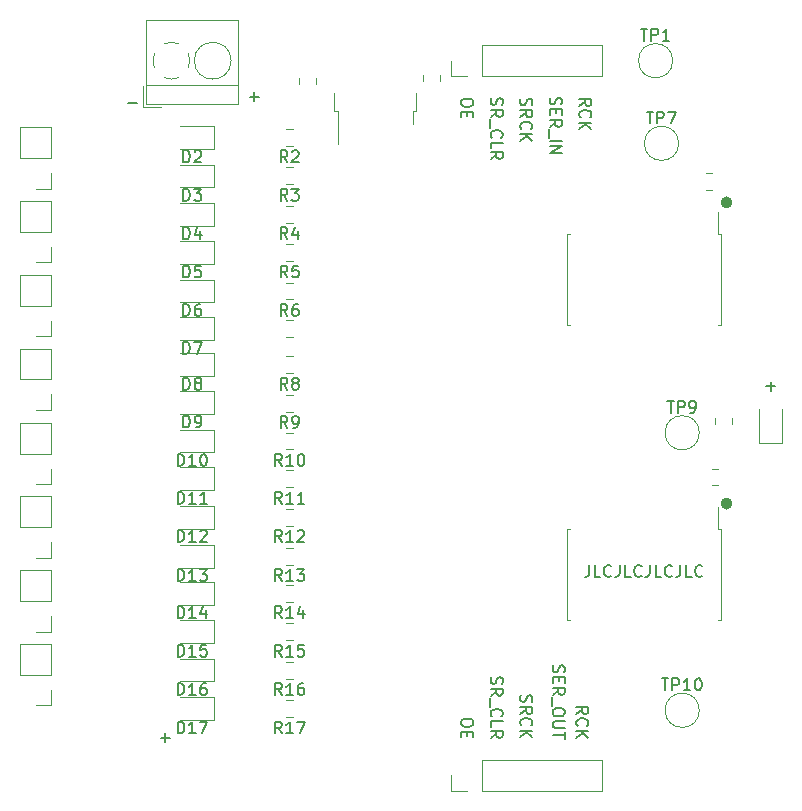
<source format=gbr>
G04 #@! TF.GenerationSoftware,KiCad,Pcbnew,(5.1.4-0-10_14)*
G04 #@! TF.CreationDate,2020-11-17T21:22:23+01:00*
G04 #@! TF.ProjectId,output_driver,6f757470-7574-45f6-9472-697665722e6b,rev?*
G04 #@! TF.SameCoordinates,Original*
G04 #@! TF.FileFunction,Legend,Top*
G04 #@! TF.FilePolarity,Positive*
%FSLAX46Y46*%
G04 Gerber Fmt 4.6, Leading zero omitted, Abs format (unit mm)*
G04 Created by KiCad (PCBNEW (5.1.4-0-10_14)) date 2020-11-17 21:22:23*
%MOMM*%
%LPD*%
G04 APERTURE LIST*
%ADD10C,0.150000*%
%ADD11C,0.500000*%
%ADD12C,0.120000*%
G04 APERTURE END LIST*
D10*
X120369047Y-82571428D02*
X121130952Y-82571428D01*
X120750000Y-82952380D02*
X120750000Y-82190476D01*
X104297619Y-110309523D02*
X104773809Y-109976190D01*
X104297619Y-109738095D02*
X105297619Y-109738095D01*
X105297619Y-110119047D01*
X105250000Y-110214285D01*
X105202380Y-110261904D01*
X105107142Y-110309523D01*
X104964285Y-110309523D01*
X104869047Y-110261904D01*
X104821428Y-110214285D01*
X104773809Y-110119047D01*
X104773809Y-109738095D01*
X104392857Y-111309523D02*
X104345238Y-111261904D01*
X104297619Y-111119047D01*
X104297619Y-111023809D01*
X104345238Y-110880952D01*
X104440476Y-110785714D01*
X104535714Y-110738095D01*
X104726190Y-110690476D01*
X104869047Y-110690476D01*
X105059523Y-110738095D01*
X105154761Y-110785714D01*
X105250000Y-110880952D01*
X105297619Y-111023809D01*
X105297619Y-111119047D01*
X105250000Y-111261904D01*
X105202380Y-111309523D01*
X104297619Y-111738095D02*
X105297619Y-111738095D01*
X104297619Y-112309523D02*
X104869047Y-111880952D01*
X105297619Y-112309523D02*
X104726190Y-111738095D01*
X95547619Y-110952380D02*
X95547619Y-111142857D01*
X95500000Y-111238095D01*
X95404761Y-111333333D01*
X95214285Y-111380952D01*
X94880952Y-111380952D01*
X94690476Y-111333333D01*
X94595238Y-111238095D01*
X94547619Y-111142857D01*
X94547619Y-110952380D01*
X94595238Y-110857142D01*
X94690476Y-110761904D01*
X94880952Y-110714285D01*
X95214285Y-110714285D01*
X95404761Y-110761904D01*
X95500000Y-110857142D01*
X95547619Y-110952380D01*
X95071428Y-111809523D02*
X95071428Y-112142857D01*
X94547619Y-112285714D02*
X94547619Y-111809523D01*
X95547619Y-111809523D01*
X95547619Y-112285714D01*
X102345238Y-106202380D02*
X102297619Y-106345238D01*
X102297619Y-106583333D01*
X102345238Y-106678571D01*
X102392857Y-106726190D01*
X102488095Y-106773809D01*
X102583333Y-106773809D01*
X102678571Y-106726190D01*
X102726190Y-106678571D01*
X102773809Y-106583333D01*
X102821428Y-106392857D01*
X102869047Y-106297619D01*
X102916666Y-106250000D01*
X103011904Y-106202380D01*
X103107142Y-106202380D01*
X103202380Y-106250000D01*
X103250000Y-106297619D01*
X103297619Y-106392857D01*
X103297619Y-106630952D01*
X103250000Y-106773809D01*
X102821428Y-107202380D02*
X102821428Y-107535714D01*
X102297619Y-107678571D02*
X102297619Y-107202380D01*
X103297619Y-107202380D01*
X103297619Y-107678571D01*
X102297619Y-108678571D02*
X102773809Y-108345238D01*
X102297619Y-108107142D02*
X103297619Y-108107142D01*
X103297619Y-108488095D01*
X103250000Y-108583333D01*
X103202380Y-108630952D01*
X103107142Y-108678571D01*
X102964285Y-108678571D01*
X102869047Y-108630952D01*
X102821428Y-108583333D01*
X102773809Y-108488095D01*
X102773809Y-108107142D01*
X102202380Y-108869047D02*
X102202380Y-109630952D01*
X103297619Y-110059523D02*
X103297619Y-110250000D01*
X103250000Y-110345238D01*
X103154761Y-110440476D01*
X102964285Y-110488095D01*
X102630952Y-110488095D01*
X102440476Y-110440476D01*
X102345238Y-110345238D01*
X102297619Y-110250000D01*
X102297619Y-110059523D01*
X102345238Y-109964285D01*
X102440476Y-109869047D01*
X102630952Y-109821428D01*
X102964285Y-109821428D01*
X103154761Y-109869047D01*
X103250000Y-109964285D01*
X103297619Y-110059523D01*
X103297619Y-110916666D02*
X102488095Y-110916666D01*
X102392857Y-110964285D01*
X102345238Y-111011904D01*
X102297619Y-111107142D01*
X102297619Y-111297619D01*
X102345238Y-111392857D01*
X102392857Y-111440476D01*
X102488095Y-111488095D01*
X103297619Y-111488095D01*
X103297619Y-111821428D02*
X103297619Y-112392857D01*
X102297619Y-112107142D02*
X103297619Y-112107142D01*
X99595238Y-108714285D02*
X99547619Y-108857142D01*
X99547619Y-109095238D01*
X99595238Y-109190476D01*
X99642857Y-109238095D01*
X99738095Y-109285714D01*
X99833333Y-109285714D01*
X99928571Y-109238095D01*
X99976190Y-109190476D01*
X100023809Y-109095238D01*
X100071428Y-108904761D01*
X100119047Y-108809523D01*
X100166666Y-108761904D01*
X100261904Y-108714285D01*
X100357142Y-108714285D01*
X100452380Y-108761904D01*
X100500000Y-108809523D01*
X100547619Y-108904761D01*
X100547619Y-109142857D01*
X100500000Y-109285714D01*
X99547619Y-110285714D02*
X100023809Y-109952380D01*
X99547619Y-109714285D02*
X100547619Y-109714285D01*
X100547619Y-110095238D01*
X100500000Y-110190476D01*
X100452380Y-110238095D01*
X100357142Y-110285714D01*
X100214285Y-110285714D01*
X100119047Y-110238095D01*
X100071428Y-110190476D01*
X100023809Y-110095238D01*
X100023809Y-109714285D01*
X99642857Y-111285714D02*
X99595238Y-111238095D01*
X99547619Y-111095238D01*
X99547619Y-111000000D01*
X99595238Y-110857142D01*
X99690476Y-110761904D01*
X99785714Y-110714285D01*
X99976190Y-110666666D01*
X100119047Y-110666666D01*
X100309523Y-110714285D01*
X100404761Y-110761904D01*
X100500000Y-110857142D01*
X100547619Y-111000000D01*
X100547619Y-111095238D01*
X100500000Y-111238095D01*
X100452380Y-111285714D01*
X99547619Y-111714285D02*
X100547619Y-111714285D01*
X99547619Y-112285714D02*
X100119047Y-111857142D01*
X100547619Y-112285714D02*
X99976190Y-111714285D01*
X97095238Y-107178571D02*
X97047619Y-107321428D01*
X97047619Y-107559523D01*
X97095238Y-107654761D01*
X97142857Y-107702380D01*
X97238095Y-107750000D01*
X97333333Y-107750000D01*
X97428571Y-107702380D01*
X97476190Y-107654761D01*
X97523809Y-107559523D01*
X97571428Y-107369047D01*
X97619047Y-107273809D01*
X97666666Y-107226190D01*
X97761904Y-107178571D01*
X97857142Y-107178571D01*
X97952380Y-107226190D01*
X98000000Y-107273809D01*
X98047619Y-107369047D01*
X98047619Y-107607142D01*
X98000000Y-107750000D01*
X97047619Y-108750000D02*
X97523809Y-108416666D01*
X97047619Y-108178571D02*
X98047619Y-108178571D01*
X98047619Y-108559523D01*
X98000000Y-108654761D01*
X97952380Y-108702380D01*
X97857142Y-108750000D01*
X97714285Y-108750000D01*
X97619047Y-108702380D01*
X97571428Y-108654761D01*
X97523809Y-108559523D01*
X97523809Y-108178571D01*
X96952380Y-108940476D02*
X96952380Y-109702380D01*
X97142857Y-110511904D02*
X97095238Y-110464285D01*
X97047619Y-110321428D01*
X97047619Y-110226190D01*
X97095238Y-110083333D01*
X97190476Y-109988095D01*
X97285714Y-109940476D01*
X97476190Y-109892857D01*
X97619047Y-109892857D01*
X97809523Y-109940476D01*
X97904761Y-109988095D01*
X98000000Y-110083333D01*
X98047619Y-110226190D01*
X98047619Y-110321428D01*
X98000000Y-110464285D01*
X97952380Y-110511904D01*
X97047619Y-111416666D02*
X97047619Y-110940476D01*
X98047619Y-110940476D01*
X97047619Y-112321428D02*
X97523809Y-111988095D01*
X97047619Y-111750000D02*
X98047619Y-111750000D01*
X98047619Y-112130952D01*
X98000000Y-112226190D01*
X97952380Y-112273809D01*
X97857142Y-112321428D01*
X97714285Y-112321428D01*
X97619047Y-112273809D01*
X97571428Y-112226190D01*
X97523809Y-112130952D01*
X97523809Y-111750000D01*
X104547619Y-58809523D02*
X105023809Y-58476190D01*
X104547619Y-58238095D02*
X105547619Y-58238095D01*
X105547619Y-58619047D01*
X105500000Y-58714285D01*
X105452380Y-58761904D01*
X105357142Y-58809523D01*
X105214285Y-58809523D01*
X105119047Y-58761904D01*
X105071428Y-58714285D01*
X105023809Y-58619047D01*
X105023809Y-58238095D01*
X104642857Y-59809523D02*
X104595238Y-59761904D01*
X104547619Y-59619047D01*
X104547619Y-59523809D01*
X104595238Y-59380952D01*
X104690476Y-59285714D01*
X104785714Y-59238095D01*
X104976190Y-59190476D01*
X105119047Y-59190476D01*
X105309523Y-59238095D01*
X105404761Y-59285714D01*
X105500000Y-59380952D01*
X105547619Y-59523809D01*
X105547619Y-59619047D01*
X105500000Y-59761904D01*
X105452380Y-59809523D01*
X104547619Y-60238095D02*
X105547619Y-60238095D01*
X104547619Y-60809523D02*
X105119047Y-60380952D01*
X105547619Y-60809523D02*
X104976190Y-60238095D01*
X102095238Y-58119047D02*
X102047619Y-58261904D01*
X102047619Y-58500000D01*
X102095238Y-58595238D01*
X102142857Y-58642857D01*
X102238095Y-58690476D01*
X102333333Y-58690476D01*
X102428571Y-58642857D01*
X102476190Y-58595238D01*
X102523809Y-58500000D01*
X102571428Y-58309523D01*
X102619047Y-58214285D01*
X102666666Y-58166666D01*
X102761904Y-58119047D01*
X102857142Y-58119047D01*
X102952380Y-58166666D01*
X103000000Y-58214285D01*
X103047619Y-58309523D01*
X103047619Y-58547619D01*
X103000000Y-58690476D01*
X102571428Y-59119047D02*
X102571428Y-59452380D01*
X102047619Y-59595238D02*
X102047619Y-59119047D01*
X103047619Y-59119047D01*
X103047619Y-59595238D01*
X102047619Y-60595238D02*
X102523809Y-60261904D01*
X102047619Y-60023809D02*
X103047619Y-60023809D01*
X103047619Y-60404761D01*
X103000000Y-60500000D01*
X102952380Y-60547619D01*
X102857142Y-60595238D01*
X102714285Y-60595238D01*
X102619047Y-60547619D01*
X102571428Y-60500000D01*
X102523809Y-60404761D01*
X102523809Y-60023809D01*
X101952380Y-60785714D02*
X101952380Y-61547619D01*
X102047619Y-61785714D02*
X103047619Y-61785714D01*
X102047619Y-62261904D02*
X103047619Y-62261904D01*
X102047619Y-62833333D01*
X103047619Y-62833333D01*
X99595238Y-58214285D02*
X99547619Y-58357142D01*
X99547619Y-58595238D01*
X99595238Y-58690476D01*
X99642857Y-58738095D01*
X99738095Y-58785714D01*
X99833333Y-58785714D01*
X99928571Y-58738095D01*
X99976190Y-58690476D01*
X100023809Y-58595238D01*
X100071428Y-58404761D01*
X100119047Y-58309523D01*
X100166666Y-58261904D01*
X100261904Y-58214285D01*
X100357142Y-58214285D01*
X100452380Y-58261904D01*
X100500000Y-58309523D01*
X100547619Y-58404761D01*
X100547619Y-58642857D01*
X100500000Y-58785714D01*
X99547619Y-59785714D02*
X100023809Y-59452380D01*
X99547619Y-59214285D02*
X100547619Y-59214285D01*
X100547619Y-59595238D01*
X100500000Y-59690476D01*
X100452380Y-59738095D01*
X100357142Y-59785714D01*
X100214285Y-59785714D01*
X100119047Y-59738095D01*
X100071428Y-59690476D01*
X100023809Y-59595238D01*
X100023809Y-59214285D01*
X99642857Y-60785714D02*
X99595238Y-60738095D01*
X99547619Y-60595238D01*
X99547619Y-60500000D01*
X99595238Y-60357142D01*
X99690476Y-60261904D01*
X99785714Y-60214285D01*
X99976190Y-60166666D01*
X100119047Y-60166666D01*
X100309523Y-60214285D01*
X100404761Y-60261904D01*
X100500000Y-60357142D01*
X100547619Y-60500000D01*
X100547619Y-60595238D01*
X100500000Y-60738095D01*
X100452380Y-60785714D01*
X99547619Y-61214285D02*
X100547619Y-61214285D01*
X99547619Y-61785714D02*
X100119047Y-61357142D01*
X100547619Y-61785714D02*
X99976190Y-61214285D01*
X97095238Y-58178571D02*
X97047619Y-58321428D01*
X97047619Y-58559523D01*
X97095238Y-58654761D01*
X97142857Y-58702380D01*
X97238095Y-58750000D01*
X97333333Y-58750000D01*
X97428571Y-58702380D01*
X97476190Y-58654761D01*
X97523809Y-58559523D01*
X97571428Y-58369047D01*
X97619047Y-58273809D01*
X97666666Y-58226190D01*
X97761904Y-58178571D01*
X97857142Y-58178571D01*
X97952380Y-58226190D01*
X98000000Y-58273809D01*
X98047619Y-58369047D01*
X98047619Y-58607142D01*
X98000000Y-58750000D01*
X97047619Y-59750000D02*
X97523809Y-59416666D01*
X97047619Y-59178571D02*
X98047619Y-59178571D01*
X98047619Y-59559523D01*
X98000000Y-59654761D01*
X97952380Y-59702380D01*
X97857142Y-59750000D01*
X97714285Y-59750000D01*
X97619047Y-59702380D01*
X97571428Y-59654761D01*
X97523809Y-59559523D01*
X97523809Y-59178571D01*
X96952380Y-59940476D02*
X96952380Y-60702380D01*
X97142857Y-61511904D02*
X97095238Y-61464285D01*
X97047619Y-61321428D01*
X97047619Y-61226190D01*
X97095238Y-61083333D01*
X97190476Y-60988095D01*
X97285714Y-60940476D01*
X97476190Y-60892857D01*
X97619047Y-60892857D01*
X97809523Y-60940476D01*
X97904761Y-60988095D01*
X98000000Y-61083333D01*
X98047619Y-61226190D01*
X98047619Y-61321428D01*
X98000000Y-61464285D01*
X97952380Y-61511904D01*
X97047619Y-62416666D02*
X97047619Y-61940476D01*
X98047619Y-61940476D01*
X97047619Y-63321428D02*
X97523809Y-62988095D01*
X97047619Y-62750000D02*
X98047619Y-62750000D01*
X98047619Y-63130952D01*
X98000000Y-63226190D01*
X97952380Y-63273809D01*
X97857142Y-63321428D01*
X97714285Y-63321428D01*
X97619047Y-63273809D01*
X97571428Y-63226190D01*
X97523809Y-63130952D01*
X97523809Y-62750000D01*
X95547619Y-58452380D02*
X95547619Y-58642857D01*
X95500000Y-58738095D01*
X95404761Y-58833333D01*
X95214285Y-58880952D01*
X94880952Y-58880952D01*
X94690476Y-58833333D01*
X94595238Y-58738095D01*
X94547619Y-58642857D01*
X94547619Y-58452380D01*
X94595238Y-58357142D01*
X94690476Y-58261904D01*
X94880952Y-58214285D01*
X95214285Y-58214285D01*
X95404761Y-58261904D01*
X95500000Y-58357142D01*
X95547619Y-58452380D01*
X95071428Y-59309523D02*
X95071428Y-59642857D01*
X94547619Y-59785714D02*
X94547619Y-59309523D01*
X95547619Y-59309523D01*
X95547619Y-59785714D01*
X105380952Y-97702380D02*
X105380952Y-98416666D01*
X105333333Y-98559523D01*
X105238095Y-98654761D01*
X105095238Y-98702380D01*
X105000000Y-98702380D01*
X106333333Y-98702380D02*
X105857142Y-98702380D01*
X105857142Y-97702380D01*
X107238095Y-98607142D02*
X107190476Y-98654761D01*
X107047619Y-98702380D01*
X106952380Y-98702380D01*
X106809523Y-98654761D01*
X106714285Y-98559523D01*
X106666666Y-98464285D01*
X106619047Y-98273809D01*
X106619047Y-98130952D01*
X106666666Y-97940476D01*
X106714285Y-97845238D01*
X106809523Y-97750000D01*
X106952380Y-97702380D01*
X107047619Y-97702380D01*
X107190476Y-97750000D01*
X107238095Y-97797619D01*
X107952380Y-97702380D02*
X107952380Y-98416666D01*
X107904761Y-98559523D01*
X107809523Y-98654761D01*
X107666666Y-98702380D01*
X107571428Y-98702380D01*
X108904761Y-98702380D02*
X108428571Y-98702380D01*
X108428571Y-97702380D01*
X109809523Y-98607142D02*
X109761904Y-98654761D01*
X109619047Y-98702380D01*
X109523809Y-98702380D01*
X109380952Y-98654761D01*
X109285714Y-98559523D01*
X109238095Y-98464285D01*
X109190476Y-98273809D01*
X109190476Y-98130952D01*
X109238095Y-97940476D01*
X109285714Y-97845238D01*
X109380952Y-97750000D01*
X109523809Y-97702380D01*
X109619047Y-97702380D01*
X109761904Y-97750000D01*
X109809523Y-97797619D01*
X110523809Y-97702380D02*
X110523809Y-98416666D01*
X110476190Y-98559523D01*
X110380952Y-98654761D01*
X110238095Y-98702380D01*
X110142857Y-98702380D01*
X111476190Y-98702380D02*
X111000000Y-98702380D01*
X111000000Y-97702380D01*
X112380952Y-98607142D02*
X112333333Y-98654761D01*
X112190476Y-98702380D01*
X112095238Y-98702380D01*
X111952380Y-98654761D01*
X111857142Y-98559523D01*
X111809523Y-98464285D01*
X111761904Y-98273809D01*
X111761904Y-98130952D01*
X111809523Y-97940476D01*
X111857142Y-97845238D01*
X111952380Y-97750000D01*
X112095238Y-97702380D01*
X112190476Y-97702380D01*
X112333333Y-97750000D01*
X112380952Y-97797619D01*
X113095238Y-97702380D02*
X113095238Y-98416666D01*
X113047619Y-98559523D01*
X112952380Y-98654761D01*
X112809523Y-98702380D01*
X112714285Y-98702380D01*
X114047619Y-98702380D02*
X113571428Y-98702380D01*
X113571428Y-97702380D01*
X114952380Y-98607142D02*
X114904761Y-98654761D01*
X114761904Y-98702380D01*
X114666666Y-98702380D01*
X114523809Y-98654761D01*
X114428571Y-98559523D01*
X114380952Y-98464285D01*
X114333333Y-98273809D01*
X114333333Y-98130952D01*
X114380952Y-97940476D01*
X114428571Y-97845238D01*
X114523809Y-97750000D01*
X114666666Y-97702380D01*
X114761904Y-97702380D01*
X114904761Y-97750000D01*
X114952380Y-97797619D01*
X69119047Y-112321428D02*
X69880952Y-112321428D01*
X69500000Y-112702380D02*
X69500000Y-111940476D01*
D11*
X117250000Y-92500000D02*
G75*
G03X117250000Y-92500000I-250000J0D01*
G01*
X117250000Y-67000000D02*
G75*
G03X117250000Y-67000000I-250000J0D01*
G01*
D10*
X76619047Y-58071428D02*
X77380952Y-58071428D01*
X77000000Y-58452380D02*
X77000000Y-57690476D01*
X66369047Y-58571428D02*
X67130952Y-58571428D01*
D12*
X93670000Y-116830000D02*
X93670000Y-115500000D01*
X95000000Y-116830000D02*
X93670000Y-116830000D01*
X96270000Y-116830000D02*
X96270000Y-114170000D01*
X96270000Y-114170000D02*
X106490000Y-114170000D01*
X96270000Y-116830000D02*
X106490000Y-116830000D01*
X106490000Y-116830000D02*
X106490000Y-114170000D01*
X116275000Y-69640000D02*
X116275000Y-67825000D01*
X116510000Y-69640000D02*
X116275000Y-69640000D01*
X116510000Y-73500000D02*
X116510000Y-69640000D01*
X116510000Y-77360000D02*
X116275000Y-77360000D01*
X116510000Y-73500000D02*
X116510000Y-77360000D01*
X103490000Y-69640000D02*
X103725000Y-69640000D01*
X103490000Y-73500000D02*
X103490000Y-69640000D01*
X103490000Y-77360000D02*
X103725000Y-77360000D01*
X103490000Y-73500000D02*
X103490000Y-77360000D01*
X80261252Y-62210000D02*
X79738748Y-62210000D01*
X80261252Y-60790000D02*
X79738748Y-60790000D01*
X80261252Y-71960000D02*
X79738748Y-71960000D01*
X80261252Y-70540000D02*
X79738748Y-70540000D01*
X80261252Y-73790000D02*
X79738748Y-73790000D01*
X80261252Y-75210000D02*
X79738748Y-75210000D01*
X73610000Y-73540000D02*
X70750000Y-73540000D01*
X73610000Y-75460000D02*
X73610000Y-73540000D01*
X70750000Y-75460000D02*
X73610000Y-75460000D01*
X70750000Y-72210000D02*
X73610000Y-72210000D01*
X73610000Y-72210000D02*
X73610000Y-70290000D01*
X73610000Y-70290000D02*
X70750000Y-70290000D01*
X70750000Y-65710000D02*
X73610000Y-65710000D01*
X73610000Y-65710000D02*
X73610000Y-63790000D01*
X73610000Y-63790000D02*
X70750000Y-63790000D01*
X73610000Y-76740000D02*
X70750000Y-76740000D01*
X73610000Y-78660000D02*
X73610000Y-76740000D01*
X70750000Y-78660000D02*
X73610000Y-78660000D01*
X73610000Y-79790000D02*
X70750000Y-79790000D01*
X73610000Y-81710000D02*
X73610000Y-79790000D01*
X70750000Y-81710000D02*
X73610000Y-81710000D01*
X73610000Y-82990000D02*
X70750000Y-82990000D01*
X73610000Y-84910000D02*
X73610000Y-82990000D01*
X70750000Y-84910000D02*
X73610000Y-84910000D01*
X73610000Y-89440000D02*
X70750000Y-89440000D01*
X73610000Y-91360000D02*
X73610000Y-89440000D01*
X70750000Y-91360000D02*
X73610000Y-91360000D01*
X73610000Y-99140000D02*
X70750000Y-99140000D01*
X73610000Y-101060000D02*
X73610000Y-99140000D01*
X70750000Y-101060000D02*
X73610000Y-101060000D01*
X80261252Y-65460000D02*
X79738748Y-65460000D01*
X80261252Y-64040000D02*
X79738748Y-64040000D01*
X80261252Y-76990000D02*
X79738748Y-76990000D01*
X80261252Y-78410000D02*
X79738748Y-78410000D01*
X80261252Y-80040000D02*
X79738748Y-80040000D01*
X80261252Y-81460000D02*
X79738748Y-81460000D01*
X80261252Y-105890000D02*
X79738748Y-105890000D01*
X80261252Y-107310000D02*
X79738748Y-107310000D01*
X80261252Y-109140000D02*
X79738748Y-109140000D01*
X80261252Y-110560000D02*
X79738748Y-110560000D01*
X70750000Y-62460000D02*
X73610000Y-62460000D01*
X73610000Y-62460000D02*
X73610000Y-60540000D01*
X73610000Y-60540000D02*
X70750000Y-60540000D01*
X70750000Y-68960000D02*
X73610000Y-68960000D01*
X73610000Y-68960000D02*
X73610000Y-67040000D01*
X73610000Y-67040000D02*
X70750000Y-67040000D01*
X73610000Y-86240000D02*
X70750000Y-86240000D01*
X73610000Y-88160000D02*
X73610000Y-86240000D01*
X70750000Y-88160000D02*
X73610000Y-88160000D01*
X73610000Y-92690000D02*
X70750000Y-92690000D01*
X73610000Y-94610000D02*
X73610000Y-92690000D01*
X70750000Y-94610000D02*
X73610000Y-94610000D01*
X73610000Y-95990000D02*
X70750000Y-95990000D01*
X73610000Y-97910000D02*
X73610000Y-95990000D01*
X70750000Y-97910000D02*
X73610000Y-97910000D01*
X73610000Y-102390000D02*
X70750000Y-102390000D01*
X73610000Y-104310000D02*
X73610000Y-102390000D01*
X70750000Y-104310000D02*
X73610000Y-104310000D01*
X73610000Y-105640000D02*
X70750000Y-105640000D01*
X73610000Y-107560000D02*
X73610000Y-105640000D01*
X70750000Y-107560000D02*
X73610000Y-107560000D01*
X73610000Y-108890000D02*
X70750000Y-108890000D01*
X73610000Y-110810000D02*
X73610000Y-108890000D01*
X70750000Y-110810000D02*
X73610000Y-110810000D01*
X80261252Y-68710000D02*
X79738748Y-68710000D01*
X80261252Y-67290000D02*
X79738748Y-67290000D01*
X80261252Y-83290000D02*
X79738748Y-83290000D01*
X80261252Y-84710000D02*
X79738748Y-84710000D01*
X80261252Y-86490000D02*
X79738748Y-86490000D01*
X80261252Y-87910000D02*
X79738748Y-87910000D01*
X80261252Y-89690000D02*
X79738748Y-89690000D01*
X80261252Y-91110000D02*
X79738748Y-91110000D01*
X80261252Y-92940000D02*
X79738748Y-92940000D01*
X80261252Y-94360000D02*
X79738748Y-94360000D01*
X80261252Y-96240000D02*
X79738748Y-96240000D01*
X80261252Y-97660000D02*
X79738748Y-97660000D01*
X80261252Y-99390000D02*
X79738748Y-99390000D01*
X80261252Y-100810000D02*
X79738748Y-100810000D01*
X80261252Y-102640000D02*
X79738748Y-102640000D01*
X80261252Y-104060000D02*
X79738748Y-104060000D01*
X59830000Y-60630000D02*
X57170000Y-60630000D01*
X59830000Y-63230000D02*
X59830000Y-60630000D01*
X57170000Y-63230000D02*
X57170000Y-60630000D01*
X59830000Y-63230000D02*
X57170000Y-63230000D01*
X59830000Y-64500000D02*
X59830000Y-65830000D01*
X59830000Y-65830000D02*
X58500000Y-65830000D01*
X116275000Y-94640000D02*
X116275000Y-92825000D01*
X116510000Y-94640000D02*
X116275000Y-94640000D01*
X116510000Y-98500000D02*
X116510000Y-94640000D01*
X116510000Y-102360000D02*
X116275000Y-102360000D01*
X116510000Y-98500000D02*
X116510000Y-102360000D01*
X103490000Y-94640000D02*
X103725000Y-94640000D01*
X103490000Y-98500000D02*
X103490000Y-94640000D01*
X103490000Y-102360000D02*
X103725000Y-102360000D01*
X103490000Y-98500000D02*
X103490000Y-102360000D01*
X90430000Y-59245000D02*
X90430000Y-60345000D01*
X90700000Y-59245000D02*
X90430000Y-59245000D01*
X90700000Y-57745000D02*
X90700000Y-59245000D01*
X84070000Y-59245000D02*
X84070000Y-62075000D01*
X83800000Y-59245000D02*
X84070000Y-59245000D01*
X83800000Y-57745000D02*
X83800000Y-59245000D01*
X114700000Y-110000000D02*
G75*
G03X114700000Y-110000000I-1450000J0D01*
G01*
X114700000Y-86500000D02*
G75*
G03X114700000Y-86500000I-1450000J0D01*
G01*
X112950000Y-62000000D02*
G75*
G03X112950000Y-62000000I-1450000J0D01*
G01*
X112450000Y-55000000D02*
G75*
G03X112450000Y-55000000I-1450000J0D01*
G01*
X117460000Y-85761252D02*
X117460000Y-85238748D01*
X116040000Y-85761252D02*
X116040000Y-85238748D01*
X59830000Y-109580000D02*
X58500000Y-109580000D01*
X59830000Y-108250000D02*
X59830000Y-109580000D01*
X59830000Y-106980000D02*
X57170000Y-106980000D01*
X57170000Y-106980000D02*
X57170000Y-104380000D01*
X59830000Y-106980000D02*
X59830000Y-104380000D01*
X59830000Y-104380000D02*
X57170000Y-104380000D01*
X59830000Y-103330000D02*
X58500000Y-103330000D01*
X59830000Y-102000000D02*
X59830000Y-103330000D01*
X59830000Y-100730000D02*
X57170000Y-100730000D01*
X57170000Y-100730000D02*
X57170000Y-98130000D01*
X59830000Y-100730000D02*
X59830000Y-98130000D01*
X59830000Y-98130000D02*
X57170000Y-98130000D01*
X59830000Y-97080000D02*
X58500000Y-97080000D01*
X59830000Y-95750000D02*
X59830000Y-97080000D01*
X59830000Y-94480000D02*
X57170000Y-94480000D01*
X57170000Y-94480000D02*
X57170000Y-91880000D01*
X59830000Y-94480000D02*
X59830000Y-91880000D01*
X59830000Y-91880000D02*
X57170000Y-91880000D01*
X59830000Y-90870000D02*
X58500000Y-90870000D01*
X59830000Y-89540000D02*
X59830000Y-90870000D01*
X59830000Y-88270000D02*
X57170000Y-88270000D01*
X57170000Y-88270000D02*
X57170000Y-85670000D01*
X59830000Y-88270000D02*
X59830000Y-85670000D01*
X59830000Y-85670000D02*
X57170000Y-85670000D01*
X59830000Y-84580000D02*
X58500000Y-84580000D01*
X59830000Y-83250000D02*
X59830000Y-84580000D01*
X59830000Y-81980000D02*
X57170000Y-81980000D01*
X57170000Y-81980000D02*
X57170000Y-79380000D01*
X59830000Y-81980000D02*
X59830000Y-79380000D01*
X59830000Y-79380000D02*
X57170000Y-79380000D01*
X59830000Y-78330000D02*
X58500000Y-78330000D01*
X59830000Y-77000000D02*
X59830000Y-78330000D01*
X59830000Y-75730000D02*
X57170000Y-75730000D01*
X57170000Y-75730000D02*
X57170000Y-73130000D01*
X59830000Y-75730000D02*
X59830000Y-73130000D01*
X59830000Y-73130000D02*
X57170000Y-73130000D01*
X59830000Y-66880000D02*
X57170000Y-66880000D01*
X59830000Y-69480000D02*
X59830000Y-66880000D01*
X57170000Y-69480000D02*
X57170000Y-66880000D01*
X59830000Y-69480000D02*
X57170000Y-69480000D01*
X59830000Y-70750000D02*
X59830000Y-72080000D01*
X59830000Y-72080000D02*
X58500000Y-72080000D01*
X93670000Y-56330000D02*
X93670000Y-55000000D01*
X95000000Y-56330000D02*
X93670000Y-56330000D01*
X96270000Y-56330000D02*
X96270000Y-53670000D01*
X96270000Y-53670000D02*
X106490000Y-53670000D01*
X96270000Y-56330000D02*
X106490000Y-56330000D01*
X106490000Y-56330000D02*
X106490000Y-53670000D01*
X67600000Y-58900000D02*
X69100000Y-58900000D01*
X67600000Y-57160000D02*
X67600000Y-58900000D01*
X75660000Y-51540000D02*
X75660000Y-58660000D01*
X67840000Y-51540000D02*
X67840000Y-58660000D01*
X67840000Y-58660000D02*
X75660000Y-58660000D01*
X67840000Y-51540000D02*
X75660000Y-51540000D01*
X67840000Y-57100000D02*
X75660000Y-57100000D01*
X75055000Y-55000000D02*
G75*
G03X75055000Y-55000000I-1555000J0D01*
G01*
X70027011Y-56555492D02*
G75*
G02X69392000Y-56432000I-27011J1555492D01*
G01*
X68567891Y-55607742D02*
G75*
G02X68568000Y-54392000I1432109J607742D01*
G01*
X69392258Y-53567891D02*
G75*
G02X70608000Y-53568000I607742J-1432109D01*
G01*
X71432109Y-54392258D02*
G75*
G02X71432000Y-55608000I-1432109J-607742D01*
G01*
X70607587Y-56431385D02*
G75*
G02X70000000Y-56555000I-607587J1431385D01*
G01*
X121710000Y-87360000D02*
X121710000Y-84500000D01*
X119790000Y-87360000D02*
X121710000Y-87360000D01*
X119790000Y-84500000D02*
X119790000Y-87360000D01*
X115738748Y-90960000D02*
X116261252Y-90960000D01*
X115738748Y-89540000D02*
X116261252Y-89540000D01*
X115238748Y-65960000D02*
X115761252Y-65960000D01*
X115238748Y-64540000D02*
X115761252Y-64540000D01*
X92710000Y-56761252D02*
X92710000Y-56238748D01*
X91290000Y-56761252D02*
X91290000Y-56238748D01*
X82210000Y-57011252D02*
X82210000Y-56488748D01*
X80790000Y-57011252D02*
X80790000Y-56488748D01*
D10*
X79833333Y-63602380D02*
X79500000Y-63126190D01*
X79261904Y-63602380D02*
X79261904Y-62602380D01*
X79642857Y-62602380D01*
X79738095Y-62650000D01*
X79785714Y-62697619D01*
X79833333Y-62792857D01*
X79833333Y-62935714D01*
X79785714Y-63030952D01*
X79738095Y-63078571D01*
X79642857Y-63126190D01*
X79261904Y-63126190D01*
X80214285Y-62697619D02*
X80261904Y-62650000D01*
X80357142Y-62602380D01*
X80595238Y-62602380D01*
X80690476Y-62650000D01*
X80738095Y-62697619D01*
X80785714Y-62792857D01*
X80785714Y-62888095D01*
X80738095Y-63030952D01*
X80166666Y-63602380D01*
X80785714Y-63602380D01*
X79833333Y-73352380D02*
X79500000Y-72876190D01*
X79261904Y-73352380D02*
X79261904Y-72352380D01*
X79642857Y-72352380D01*
X79738095Y-72400000D01*
X79785714Y-72447619D01*
X79833333Y-72542857D01*
X79833333Y-72685714D01*
X79785714Y-72780952D01*
X79738095Y-72828571D01*
X79642857Y-72876190D01*
X79261904Y-72876190D01*
X80738095Y-72352380D02*
X80261904Y-72352380D01*
X80214285Y-72828571D01*
X80261904Y-72780952D01*
X80357142Y-72733333D01*
X80595238Y-72733333D01*
X80690476Y-72780952D01*
X80738095Y-72828571D01*
X80785714Y-72923809D01*
X80785714Y-73161904D01*
X80738095Y-73257142D01*
X80690476Y-73304761D01*
X80595238Y-73352380D01*
X80357142Y-73352380D01*
X80261904Y-73304761D01*
X80214285Y-73257142D01*
X79833333Y-76602380D02*
X79500000Y-76126190D01*
X79261904Y-76602380D02*
X79261904Y-75602380D01*
X79642857Y-75602380D01*
X79738095Y-75650000D01*
X79785714Y-75697619D01*
X79833333Y-75792857D01*
X79833333Y-75935714D01*
X79785714Y-76030952D01*
X79738095Y-76078571D01*
X79642857Y-76126190D01*
X79261904Y-76126190D01*
X80690476Y-75602380D02*
X80500000Y-75602380D01*
X80404761Y-75650000D01*
X80357142Y-75697619D01*
X80261904Y-75840476D01*
X80214285Y-76030952D01*
X80214285Y-76411904D01*
X80261904Y-76507142D01*
X80309523Y-76554761D01*
X80404761Y-76602380D01*
X80595238Y-76602380D01*
X80690476Y-76554761D01*
X80738095Y-76507142D01*
X80785714Y-76411904D01*
X80785714Y-76173809D01*
X80738095Y-76078571D01*
X80690476Y-76030952D01*
X80595238Y-75983333D01*
X80404761Y-75983333D01*
X80309523Y-76030952D01*
X80261904Y-76078571D01*
X80214285Y-76173809D01*
X71011904Y-76602380D02*
X71011904Y-75602380D01*
X71250000Y-75602380D01*
X71392857Y-75650000D01*
X71488095Y-75745238D01*
X71535714Y-75840476D01*
X71583333Y-76030952D01*
X71583333Y-76173809D01*
X71535714Y-76364285D01*
X71488095Y-76459523D01*
X71392857Y-76554761D01*
X71250000Y-76602380D01*
X71011904Y-76602380D01*
X72440476Y-75602380D02*
X72250000Y-75602380D01*
X72154761Y-75650000D01*
X72107142Y-75697619D01*
X72011904Y-75840476D01*
X71964285Y-76030952D01*
X71964285Y-76411904D01*
X72011904Y-76507142D01*
X72059523Y-76554761D01*
X72154761Y-76602380D01*
X72345238Y-76602380D01*
X72440476Y-76554761D01*
X72488095Y-76507142D01*
X72535714Y-76411904D01*
X72535714Y-76173809D01*
X72488095Y-76078571D01*
X72440476Y-76030952D01*
X72345238Y-75983333D01*
X72154761Y-75983333D01*
X72059523Y-76030952D01*
X72011904Y-76078571D01*
X71964285Y-76173809D01*
X71011904Y-73352380D02*
X71011904Y-72352380D01*
X71250000Y-72352380D01*
X71392857Y-72400000D01*
X71488095Y-72495238D01*
X71535714Y-72590476D01*
X71583333Y-72780952D01*
X71583333Y-72923809D01*
X71535714Y-73114285D01*
X71488095Y-73209523D01*
X71392857Y-73304761D01*
X71250000Y-73352380D01*
X71011904Y-73352380D01*
X72488095Y-72352380D02*
X72011904Y-72352380D01*
X71964285Y-72828571D01*
X72011904Y-72780952D01*
X72107142Y-72733333D01*
X72345238Y-72733333D01*
X72440476Y-72780952D01*
X72488095Y-72828571D01*
X72535714Y-72923809D01*
X72535714Y-73161904D01*
X72488095Y-73257142D01*
X72440476Y-73304761D01*
X72345238Y-73352380D01*
X72107142Y-73352380D01*
X72011904Y-73304761D01*
X71964285Y-73257142D01*
X71011904Y-66852380D02*
X71011904Y-65852380D01*
X71250000Y-65852380D01*
X71392857Y-65900000D01*
X71488095Y-65995238D01*
X71535714Y-66090476D01*
X71583333Y-66280952D01*
X71583333Y-66423809D01*
X71535714Y-66614285D01*
X71488095Y-66709523D01*
X71392857Y-66804761D01*
X71250000Y-66852380D01*
X71011904Y-66852380D01*
X71916666Y-65852380D02*
X72535714Y-65852380D01*
X72202380Y-66233333D01*
X72345238Y-66233333D01*
X72440476Y-66280952D01*
X72488095Y-66328571D01*
X72535714Y-66423809D01*
X72535714Y-66661904D01*
X72488095Y-66757142D01*
X72440476Y-66804761D01*
X72345238Y-66852380D01*
X72059523Y-66852380D01*
X71964285Y-66804761D01*
X71916666Y-66757142D01*
X71011904Y-79802380D02*
X71011904Y-78802380D01*
X71250000Y-78802380D01*
X71392857Y-78850000D01*
X71488095Y-78945238D01*
X71535714Y-79040476D01*
X71583333Y-79230952D01*
X71583333Y-79373809D01*
X71535714Y-79564285D01*
X71488095Y-79659523D01*
X71392857Y-79754761D01*
X71250000Y-79802380D01*
X71011904Y-79802380D01*
X71916666Y-78802380D02*
X72583333Y-78802380D01*
X72154761Y-79802380D01*
X71011904Y-82852380D02*
X71011904Y-81852380D01*
X71250000Y-81852380D01*
X71392857Y-81900000D01*
X71488095Y-81995238D01*
X71535714Y-82090476D01*
X71583333Y-82280952D01*
X71583333Y-82423809D01*
X71535714Y-82614285D01*
X71488095Y-82709523D01*
X71392857Y-82804761D01*
X71250000Y-82852380D01*
X71011904Y-82852380D01*
X72154761Y-82280952D02*
X72059523Y-82233333D01*
X72011904Y-82185714D01*
X71964285Y-82090476D01*
X71964285Y-82042857D01*
X72011904Y-81947619D01*
X72059523Y-81900000D01*
X72154761Y-81852380D01*
X72345238Y-81852380D01*
X72440476Y-81900000D01*
X72488095Y-81947619D01*
X72535714Y-82042857D01*
X72535714Y-82090476D01*
X72488095Y-82185714D01*
X72440476Y-82233333D01*
X72345238Y-82280952D01*
X72154761Y-82280952D01*
X72059523Y-82328571D01*
X72011904Y-82376190D01*
X71964285Y-82471428D01*
X71964285Y-82661904D01*
X72011904Y-82757142D01*
X72059523Y-82804761D01*
X72154761Y-82852380D01*
X72345238Y-82852380D01*
X72440476Y-82804761D01*
X72488095Y-82757142D01*
X72535714Y-82661904D01*
X72535714Y-82471428D01*
X72488095Y-82376190D01*
X72440476Y-82328571D01*
X72345238Y-82280952D01*
X71011904Y-86052380D02*
X71011904Y-85052380D01*
X71250000Y-85052380D01*
X71392857Y-85100000D01*
X71488095Y-85195238D01*
X71535714Y-85290476D01*
X71583333Y-85480952D01*
X71583333Y-85623809D01*
X71535714Y-85814285D01*
X71488095Y-85909523D01*
X71392857Y-86004761D01*
X71250000Y-86052380D01*
X71011904Y-86052380D01*
X72059523Y-86052380D02*
X72250000Y-86052380D01*
X72345238Y-86004761D01*
X72392857Y-85957142D01*
X72488095Y-85814285D01*
X72535714Y-85623809D01*
X72535714Y-85242857D01*
X72488095Y-85147619D01*
X72440476Y-85100000D01*
X72345238Y-85052380D01*
X72154761Y-85052380D01*
X72059523Y-85100000D01*
X72011904Y-85147619D01*
X71964285Y-85242857D01*
X71964285Y-85480952D01*
X72011904Y-85576190D01*
X72059523Y-85623809D01*
X72154761Y-85671428D01*
X72345238Y-85671428D01*
X72440476Y-85623809D01*
X72488095Y-85576190D01*
X72535714Y-85480952D01*
X70535714Y-92502380D02*
X70535714Y-91502380D01*
X70773809Y-91502380D01*
X70916666Y-91550000D01*
X71011904Y-91645238D01*
X71059523Y-91740476D01*
X71107142Y-91930952D01*
X71107142Y-92073809D01*
X71059523Y-92264285D01*
X71011904Y-92359523D01*
X70916666Y-92454761D01*
X70773809Y-92502380D01*
X70535714Y-92502380D01*
X72059523Y-92502380D02*
X71488095Y-92502380D01*
X71773809Y-92502380D02*
X71773809Y-91502380D01*
X71678571Y-91645238D01*
X71583333Y-91740476D01*
X71488095Y-91788095D01*
X73011904Y-92502380D02*
X72440476Y-92502380D01*
X72726190Y-92502380D02*
X72726190Y-91502380D01*
X72630952Y-91645238D01*
X72535714Y-91740476D01*
X72440476Y-91788095D01*
X70535714Y-102202380D02*
X70535714Y-101202380D01*
X70773809Y-101202380D01*
X70916666Y-101250000D01*
X71011904Y-101345238D01*
X71059523Y-101440476D01*
X71107142Y-101630952D01*
X71107142Y-101773809D01*
X71059523Y-101964285D01*
X71011904Y-102059523D01*
X70916666Y-102154761D01*
X70773809Y-102202380D01*
X70535714Y-102202380D01*
X72059523Y-102202380D02*
X71488095Y-102202380D01*
X71773809Y-102202380D02*
X71773809Y-101202380D01*
X71678571Y-101345238D01*
X71583333Y-101440476D01*
X71488095Y-101488095D01*
X72916666Y-101535714D02*
X72916666Y-102202380D01*
X72678571Y-101154761D02*
X72440476Y-101869047D01*
X73059523Y-101869047D01*
X79833333Y-66852380D02*
X79500000Y-66376190D01*
X79261904Y-66852380D02*
X79261904Y-65852380D01*
X79642857Y-65852380D01*
X79738095Y-65900000D01*
X79785714Y-65947619D01*
X79833333Y-66042857D01*
X79833333Y-66185714D01*
X79785714Y-66280952D01*
X79738095Y-66328571D01*
X79642857Y-66376190D01*
X79261904Y-66376190D01*
X80166666Y-65852380D02*
X80785714Y-65852380D01*
X80452380Y-66233333D01*
X80595238Y-66233333D01*
X80690476Y-66280952D01*
X80738095Y-66328571D01*
X80785714Y-66423809D01*
X80785714Y-66661904D01*
X80738095Y-66757142D01*
X80690476Y-66804761D01*
X80595238Y-66852380D01*
X80309523Y-66852380D01*
X80214285Y-66804761D01*
X80166666Y-66757142D01*
X79833333Y-82852380D02*
X79500000Y-82376190D01*
X79261904Y-82852380D02*
X79261904Y-81852380D01*
X79642857Y-81852380D01*
X79738095Y-81900000D01*
X79785714Y-81947619D01*
X79833333Y-82042857D01*
X79833333Y-82185714D01*
X79785714Y-82280952D01*
X79738095Y-82328571D01*
X79642857Y-82376190D01*
X79261904Y-82376190D01*
X80404761Y-82280952D02*
X80309523Y-82233333D01*
X80261904Y-82185714D01*
X80214285Y-82090476D01*
X80214285Y-82042857D01*
X80261904Y-81947619D01*
X80309523Y-81900000D01*
X80404761Y-81852380D01*
X80595238Y-81852380D01*
X80690476Y-81900000D01*
X80738095Y-81947619D01*
X80785714Y-82042857D01*
X80785714Y-82090476D01*
X80738095Y-82185714D01*
X80690476Y-82233333D01*
X80595238Y-82280952D01*
X80404761Y-82280952D01*
X80309523Y-82328571D01*
X80261904Y-82376190D01*
X80214285Y-82471428D01*
X80214285Y-82661904D01*
X80261904Y-82757142D01*
X80309523Y-82804761D01*
X80404761Y-82852380D01*
X80595238Y-82852380D01*
X80690476Y-82804761D01*
X80738095Y-82757142D01*
X80785714Y-82661904D01*
X80785714Y-82471428D01*
X80738095Y-82376190D01*
X80690476Y-82328571D01*
X80595238Y-82280952D01*
X79357142Y-108702380D02*
X79023809Y-108226190D01*
X78785714Y-108702380D02*
X78785714Y-107702380D01*
X79166666Y-107702380D01*
X79261904Y-107750000D01*
X79309523Y-107797619D01*
X79357142Y-107892857D01*
X79357142Y-108035714D01*
X79309523Y-108130952D01*
X79261904Y-108178571D01*
X79166666Y-108226190D01*
X78785714Y-108226190D01*
X80309523Y-108702380D02*
X79738095Y-108702380D01*
X80023809Y-108702380D02*
X80023809Y-107702380D01*
X79928571Y-107845238D01*
X79833333Y-107940476D01*
X79738095Y-107988095D01*
X81166666Y-107702380D02*
X80976190Y-107702380D01*
X80880952Y-107750000D01*
X80833333Y-107797619D01*
X80738095Y-107940476D01*
X80690476Y-108130952D01*
X80690476Y-108511904D01*
X80738095Y-108607142D01*
X80785714Y-108654761D01*
X80880952Y-108702380D01*
X81071428Y-108702380D01*
X81166666Y-108654761D01*
X81214285Y-108607142D01*
X81261904Y-108511904D01*
X81261904Y-108273809D01*
X81214285Y-108178571D01*
X81166666Y-108130952D01*
X81071428Y-108083333D01*
X80880952Y-108083333D01*
X80785714Y-108130952D01*
X80738095Y-108178571D01*
X80690476Y-108273809D01*
X79357142Y-111952380D02*
X79023809Y-111476190D01*
X78785714Y-111952380D02*
X78785714Y-110952380D01*
X79166666Y-110952380D01*
X79261904Y-111000000D01*
X79309523Y-111047619D01*
X79357142Y-111142857D01*
X79357142Y-111285714D01*
X79309523Y-111380952D01*
X79261904Y-111428571D01*
X79166666Y-111476190D01*
X78785714Y-111476190D01*
X80309523Y-111952380D02*
X79738095Y-111952380D01*
X80023809Y-111952380D02*
X80023809Y-110952380D01*
X79928571Y-111095238D01*
X79833333Y-111190476D01*
X79738095Y-111238095D01*
X80642857Y-110952380D02*
X81309523Y-110952380D01*
X80880952Y-111952380D01*
X71011904Y-63602380D02*
X71011904Y-62602380D01*
X71250000Y-62602380D01*
X71392857Y-62650000D01*
X71488095Y-62745238D01*
X71535714Y-62840476D01*
X71583333Y-63030952D01*
X71583333Y-63173809D01*
X71535714Y-63364285D01*
X71488095Y-63459523D01*
X71392857Y-63554761D01*
X71250000Y-63602380D01*
X71011904Y-63602380D01*
X71964285Y-62697619D02*
X72011904Y-62650000D01*
X72107142Y-62602380D01*
X72345238Y-62602380D01*
X72440476Y-62650000D01*
X72488095Y-62697619D01*
X72535714Y-62792857D01*
X72535714Y-62888095D01*
X72488095Y-63030952D01*
X71916666Y-63602380D01*
X72535714Y-63602380D01*
X71011904Y-70102380D02*
X71011904Y-69102380D01*
X71250000Y-69102380D01*
X71392857Y-69150000D01*
X71488095Y-69245238D01*
X71535714Y-69340476D01*
X71583333Y-69530952D01*
X71583333Y-69673809D01*
X71535714Y-69864285D01*
X71488095Y-69959523D01*
X71392857Y-70054761D01*
X71250000Y-70102380D01*
X71011904Y-70102380D01*
X72440476Y-69435714D02*
X72440476Y-70102380D01*
X72202380Y-69054761D02*
X71964285Y-69769047D01*
X72583333Y-69769047D01*
X70535714Y-89302380D02*
X70535714Y-88302380D01*
X70773809Y-88302380D01*
X70916666Y-88350000D01*
X71011904Y-88445238D01*
X71059523Y-88540476D01*
X71107142Y-88730952D01*
X71107142Y-88873809D01*
X71059523Y-89064285D01*
X71011904Y-89159523D01*
X70916666Y-89254761D01*
X70773809Y-89302380D01*
X70535714Y-89302380D01*
X72059523Y-89302380D02*
X71488095Y-89302380D01*
X71773809Y-89302380D02*
X71773809Y-88302380D01*
X71678571Y-88445238D01*
X71583333Y-88540476D01*
X71488095Y-88588095D01*
X72678571Y-88302380D02*
X72773809Y-88302380D01*
X72869047Y-88350000D01*
X72916666Y-88397619D01*
X72964285Y-88492857D01*
X73011904Y-88683333D01*
X73011904Y-88921428D01*
X72964285Y-89111904D01*
X72916666Y-89207142D01*
X72869047Y-89254761D01*
X72773809Y-89302380D01*
X72678571Y-89302380D01*
X72583333Y-89254761D01*
X72535714Y-89207142D01*
X72488095Y-89111904D01*
X72440476Y-88921428D01*
X72440476Y-88683333D01*
X72488095Y-88492857D01*
X72535714Y-88397619D01*
X72583333Y-88350000D01*
X72678571Y-88302380D01*
X70535714Y-95752380D02*
X70535714Y-94752380D01*
X70773809Y-94752380D01*
X70916666Y-94800000D01*
X71011904Y-94895238D01*
X71059523Y-94990476D01*
X71107142Y-95180952D01*
X71107142Y-95323809D01*
X71059523Y-95514285D01*
X71011904Y-95609523D01*
X70916666Y-95704761D01*
X70773809Y-95752380D01*
X70535714Y-95752380D01*
X72059523Y-95752380D02*
X71488095Y-95752380D01*
X71773809Y-95752380D02*
X71773809Y-94752380D01*
X71678571Y-94895238D01*
X71583333Y-94990476D01*
X71488095Y-95038095D01*
X72440476Y-94847619D02*
X72488095Y-94800000D01*
X72583333Y-94752380D01*
X72821428Y-94752380D01*
X72916666Y-94800000D01*
X72964285Y-94847619D01*
X73011904Y-94942857D01*
X73011904Y-95038095D01*
X72964285Y-95180952D01*
X72392857Y-95752380D01*
X73011904Y-95752380D01*
X70535714Y-99052380D02*
X70535714Y-98052380D01*
X70773809Y-98052380D01*
X70916666Y-98100000D01*
X71011904Y-98195238D01*
X71059523Y-98290476D01*
X71107142Y-98480952D01*
X71107142Y-98623809D01*
X71059523Y-98814285D01*
X71011904Y-98909523D01*
X70916666Y-99004761D01*
X70773809Y-99052380D01*
X70535714Y-99052380D01*
X72059523Y-99052380D02*
X71488095Y-99052380D01*
X71773809Y-99052380D02*
X71773809Y-98052380D01*
X71678571Y-98195238D01*
X71583333Y-98290476D01*
X71488095Y-98338095D01*
X72392857Y-98052380D02*
X73011904Y-98052380D01*
X72678571Y-98433333D01*
X72821428Y-98433333D01*
X72916666Y-98480952D01*
X72964285Y-98528571D01*
X73011904Y-98623809D01*
X73011904Y-98861904D01*
X72964285Y-98957142D01*
X72916666Y-99004761D01*
X72821428Y-99052380D01*
X72535714Y-99052380D01*
X72440476Y-99004761D01*
X72392857Y-98957142D01*
X70535714Y-105452380D02*
X70535714Y-104452380D01*
X70773809Y-104452380D01*
X70916666Y-104500000D01*
X71011904Y-104595238D01*
X71059523Y-104690476D01*
X71107142Y-104880952D01*
X71107142Y-105023809D01*
X71059523Y-105214285D01*
X71011904Y-105309523D01*
X70916666Y-105404761D01*
X70773809Y-105452380D01*
X70535714Y-105452380D01*
X72059523Y-105452380D02*
X71488095Y-105452380D01*
X71773809Y-105452380D02*
X71773809Y-104452380D01*
X71678571Y-104595238D01*
X71583333Y-104690476D01*
X71488095Y-104738095D01*
X72964285Y-104452380D02*
X72488095Y-104452380D01*
X72440476Y-104928571D01*
X72488095Y-104880952D01*
X72583333Y-104833333D01*
X72821428Y-104833333D01*
X72916666Y-104880952D01*
X72964285Y-104928571D01*
X73011904Y-105023809D01*
X73011904Y-105261904D01*
X72964285Y-105357142D01*
X72916666Y-105404761D01*
X72821428Y-105452380D01*
X72583333Y-105452380D01*
X72488095Y-105404761D01*
X72440476Y-105357142D01*
X70535714Y-108702380D02*
X70535714Y-107702380D01*
X70773809Y-107702380D01*
X70916666Y-107750000D01*
X71011904Y-107845238D01*
X71059523Y-107940476D01*
X71107142Y-108130952D01*
X71107142Y-108273809D01*
X71059523Y-108464285D01*
X71011904Y-108559523D01*
X70916666Y-108654761D01*
X70773809Y-108702380D01*
X70535714Y-108702380D01*
X72059523Y-108702380D02*
X71488095Y-108702380D01*
X71773809Y-108702380D02*
X71773809Y-107702380D01*
X71678571Y-107845238D01*
X71583333Y-107940476D01*
X71488095Y-107988095D01*
X72916666Y-107702380D02*
X72726190Y-107702380D01*
X72630952Y-107750000D01*
X72583333Y-107797619D01*
X72488095Y-107940476D01*
X72440476Y-108130952D01*
X72440476Y-108511904D01*
X72488095Y-108607142D01*
X72535714Y-108654761D01*
X72630952Y-108702380D01*
X72821428Y-108702380D01*
X72916666Y-108654761D01*
X72964285Y-108607142D01*
X73011904Y-108511904D01*
X73011904Y-108273809D01*
X72964285Y-108178571D01*
X72916666Y-108130952D01*
X72821428Y-108083333D01*
X72630952Y-108083333D01*
X72535714Y-108130952D01*
X72488095Y-108178571D01*
X72440476Y-108273809D01*
X70535714Y-111952380D02*
X70535714Y-110952380D01*
X70773809Y-110952380D01*
X70916666Y-111000000D01*
X71011904Y-111095238D01*
X71059523Y-111190476D01*
X71107142Y-111380952D01*
X71107142Y-111523809D01*
X71059523Y-111714285D01*
X71011904Y-111809523D01*
X70916666Y-111904761D01*
X70773809Y-111952380D01*
X70535714Y-111952380D01*
X72059523Y-111952380D02*
X71488095Y-111952380D01*
X71773809Y-111952380D02*
X71773809Y-110952380D01*
X71678571Y-111095238D01*
X71583333Y-111190476D01*
X71488095Y-111238095D01*
X72392857Y-110952380D02*
X73059523Y-110952380D01*
X72630952Y-111952380D01*
X79833333Y-70102380D02*
X79500000Y-69626190D01*
X79261904Y-70102380D02*
X79261904Y-69102380D01*
X79642857Y-69102380D01*
X79738095Y-69150000D01*
X79785714Y-69197619D01*
X79833333Y-69292857D01*
X79833333Y-69435714D01*
X79785714Y-69530952D01*
X79738095Y-69578571D01*
X79642857Y-69626190D01*
X79261904Y-69626190D01*
X80690476Y-69435714D02*
X80690476Y-70102380D01*
X80452380Y-69054761D02*
X80214285Y-69769047D01*
X80833333Y-69769047D01*
X79833333Y-86102380D02*
X79500000Y-85626190D01*
X79261904Y-86102380D02*
X79261904Y-85102380D01*
X79642857Y-85102380D01*
X79738095Y-85150000D01*
X79785714Y-85197619D01*
X79833333Y-85292857D01*
X79833333Y-85435714D01*
X79785714Y-85530952D01*
X79738095Y-85578571D01*
X79642857Y-85626190D01*
X79261904Y-85626190D01*
X80309523Y-86102380D02*
X80500000Y-86102380D01*
X80595238Y-86054761D01*
X80642857Y-86007142D01*
X80738095Y-85864285D01*
X80785714Y-85673809D01*
X80785714Y-85292857D01*
X80738095Y-85197619D01*
X80690476Y-85150000D01*
X80595238Y-85102380D01*
X80404761Y-85102380D01*
X80309523Y-85150000D01*
X80261904Y-85197619D01*
X80214285Y-85292857D01*
X80214285Y-85530952D01*
X80261904Y-85626190D01*
X80309523Y-85673809D01*
X80404761Y-85721428D01*
X80595238Y-85721428D01*
X80690476Y-85673809D01*
X80738095Y-85626190D01*
X80785714Y-85530952D01*
X79357142Y-89302380D02*
X79023809Y-88826190D01*
X78785714Y-89302380D02*
X78785714Y-88302380D01*
X79166666Y-88302380D01*
X79261904Y-88350000D01*
X79309523Y-88397619D01*
X79357142Y-88492857D01*
X79357142Y-88635714D01*
X79309523Y-88730952D01*
X79261904Y-88778571D01*
X79166666Y-88826190D01*
X78785714Y-88826190D01*
X80309523Y-89302380D02*
X79738095Y-89302380D01*
X80023809Y-89302380D02*
X80023809Y-88302380D01*
X79928571Y-88445238D01*
X79833333Y-88540476D01*
X79738095Y-88588095D01*
X80928571Y-88302380D02*
X81023809Y-88302380D01*
X81119047Y-88350000D01*
X81166666Y-88397619D01*
X81214285Y-88492857D01*
X81261904Y-88683333D01*
X81261904Y-88921428D01*
X81214285Y-89111904D01*
X81166666Y-89207142D01*
X81119047Y-89254761D01*
X81023809Y-89302380D01*
X80928571Y-89302380D01*
X80833333Y-89254761D01*
X80785714Y-89207142D01*
X80738095Y-89111904D01*
X80690476Y-88921428D01*
X80690476Y-88683333D01*
X80738095Y-88492857D01*
X80785714Y-88397619D01*
X80833333Y-88350000D01*
X80928571Y-88302380D01*
X79357142Y-92502380D02*
X79023809Y-92026190D01*
X78785714Y-92502380D02*
X78785714Y-91502380D01*
X79166666Y-91502380D01*
X79261904Y-91550000D01*
X79309523Y-91597619D01*
X79357142Y-91692857D01*
X79357142Y-91835714D01*
X79309523Y-91930952D01*
X79261904Y-91978571D01*
X79166666Y-92026190D01*
X78785714Y-92026190D01*
X80309523Y-92502380D02*
X79738095Y-92502380D01*
X80023809Y-92502380D02*
X80023809Y-91502380D01*
X79928571Y-91645238D01*
X79833333Y-91740476D01*
X79738095Y-91788095D01*
X81261904Y-92502380D02*
X80690476Y-92502380D01*
X80976190Y-92502380D02*
X80976190Y-91502380D01*
X80880952Y-91645238D01*
X80785714Y-91740476D01*
X80690476Y-91788095D01*
X79357142Y-95752380D02*
X79023809Y-95276190D01*
X78785714Y-95752380D02*
X78785714Y-94752380D01*
X79166666Y-94752380D01*
X79261904Y-94800000D01*
X79309523Y-94847619D01*
X79357142Y-94942857D01*
X79357142Y-95085714D01*
X79309523Y-95180952D01*
X79261904Y-95228571D01*
X79166666Y-95276190D01*
X78785714Y-95276190D01*
X80309523Y-95752380D02*
X79738095Y-95752380D01*
X80023809Y-95752380D02*
X80023809Y-94752380D01*
X79928571Y-94895238D01*
X79833333Y-94990476D01*
X79738095Y-95038095D01*
X80690476Y-94847619D02*
X80738095Y-94800000D01*
X80833333Y-94752380D01*
X81071428Y-94752380D01*
X81166666Y-94800000D01*
X81214285Y-94847619D01*
X81261904Y-94942857D01*
X81261904Y-95038095D01*
X81214285Y-95180952D01*
X80642857Y-95752380D01*
X81261904Y-95752380D01*
X79357142Y-99052380D02*
X79023809Y-98576190D01*
X78785714Y-99052380D02*
X78785714Y-98052380D01*
X79166666Y-98052380D01*
X79261904Y-98100000D01*
X79309523Y-98147619D01*
X79357142Y-98242857D01*
X79357142Y-98385714D01*
X79309523Y-98480952D01*
X79261904Y-98528571D01*
X79166666Y-98576190D01*
X78785714Y-98576190D01*
X80309523Y-99052380D02*
X79738095Y-99052380D01*
X80023809Y-99052380D02*
X80023809Y-98052380D01*
X79928571Y-98195238D01*
X79833333Y-98290476D01*
X79738095Y-98338095D01*
X80642857Y-98052380D02*
X81261904Y-98052380D01*
X80928571Y-98433333D01*
X81071428Y-98433333D01*
X81166666Y-98480952D01*
X81214285Y-98528571D01*
X81261904Y-98623809D01*
X81261904Y-98861904D01*
X81214285Y-98957142D01*
X81166666Y-99004761D01*
X81071428Y-99052380D01*
X80785714Y-99052380D01*
X80690476Y-99004761D01*
X80642857Y-98957142D01*
X79357142Y-102202380D02*
X79023809Y-101726190D01*
X78785714Y-102202380D02*
X78785714Y-101202380D01*
X79166666Y-101202380D01*
X79261904Y-101250000D01*
X79309523Y-101297619D01*
X79357142Y-101392857D01*
X79357142Y-101535714D01*
X79309523Y-101630952D01*
X79261904Y-101678571D01*
X79166666Y-101726190D01*
X78785714Y-101726190D01*
X80309523Y-102202380D02*
X79738095Y-102202380D01*
X80023809Y-102202380D02*
X80023809Y-101202380D01*
X79928571Y-101345238D01*
X79833333Y-101440476D01*
X79738095Y-101488095D01*
X81166666Y-101535714D02*
X81166666Y-102202380D01*
X80928571Y-101154761D02*
X80690476Y-101869047D01*
X81309523Y-101869047D01*
X79357142Y-105452380D02*
X79023809Y-104976190D01*
X78785714Y-105452380D02*
X78785714Y-104452380D01*
X79166666Y-104452380D01*
X79261904Y-104500000D01*
X79309523Y-104547619D01*
X79357142Y-104642857D01*
X79357142Y-104785714D01*
X79309523Y-104880952D01*
X79261904Y-104928571D01*
X79166666Y-104976190D01*
X78785714Y-104976190D01*
X80309523Y-105452380D02*
X79738095Y-105452380D01*
X80023809Y-105452380D02*
X80023809Y-104452380D01*
X79928571Y-104595238D01*
X79833333Y-104690476D01*
X79738095Y-104738095D01*
X81214285Y-104452380D02*
X80738095Y-104452380D01*
X80690476Y-104928571D01*
X80738095Y-104880952D01*
X80833333Y-104833333D01*
X81071428Y-104833333D01*
X81166666Y-104880952D01*
X81214285Y-104928571D01*
X81261904Y-105023809D01*
X81261904Y-105261904D01*
X81214285Y-105357142D01*
X81166666Y-105404761D01*
X81071428Y-105452380D01*
X80833333Y-105452380D01*
X80738095Y-105404761D01*
X80690476Y-105357142D01*
X111511904Y-107304380D02*
X112083333Y-107304380D01*
X111797619Y-108304380D02*
X111797619Y-107304380D01*
X112416666Y-108304380D02*
X112416666Y-107304380D01*
X112797619Y-107304380D01*
X112892857Y-107352000D01*
X112940476Y-107399619D01*
X112988095Y-107494857D01*
X112988095Y-107637714D01*
X112940476Y-107732952D01*
X112892857Y-107780571D01*
X112797619Y-107828190D01*
X112416666Y-107828190D01*
X113940476Y-108304380D02*
X113369047Y-108304380D01*
X113654761Y-108304380D02*
X113654761Y-107304380D01*
X113559523Y-107447238D01*
X113464285Y-107542476D01*
X113369047Y-107590095D01*
X114559523Y-107304380D02*
X114654761Y-107304380D01*
X114750000Y-107352000D01*
X114797619Y-107399619D01*
X114845238Y-107494857D01*
X114892857Y-107685333D01*
X114892857Y-107923428D01*
X114845238Y-108113904D01*
X114797619Y-108209142D01*
X114750000Y-108256761D01*
X114654761Y-108304380D01*
X114559523Y-108304380D01*
X114464285Y-108256761D01*
X114416666Y-108209142D01*
X114369047Y-108113904D01*
X114321428Y-107923428D01*
X114321428Y-107685333D01*
X114369047Y-107494857D01*
X114416666Y-107399619D01*
X114464285Y-107352000D01*
X114559523Y-107304380D01*
X111988095Y-83804380D02*
X112559523Y-83804380D01*
X112273809Y-84804380D02*
X112273809Y-83804380D01*
X112892857Y-84804380D02*
X112892857Y-83804380D01*
X113273809Y-83804380D01*
X113369047Y-83852000D01*
X113416666Y-83899619D01*
X113464285Y-83994857D01*
X113464285Y-84137714D01*
X113416666Y-84232952D01*
X113369047Y-84280571D01*
X113273809Y-84328190D01*
X112892857Y-84328190D01*
X113940476Y-84804380D02*
X114130952Y-84804380D01*
X114226190Y-84756761D01*
X114273809Y-84709142D01*
X114369047Y-84566285D01*
X114416666Y-84375809D01*
X114416666Y-83994857D01*
X114369047Y-83899619D01*
X114321428Y-83852000D01*
X114226190Y-83804380D01*
X114035714Y-83804380D01*
X113940476Y-83852000D01*
X113892857Y-83899619D01*
X113845238Y-83994857D01*
X113845238Y-84232952D01*
X113892857Y-84328190D01*
X113940476Y-84375809D01*
X114035714Y-84423428D01*
X114226190Y-84423428D01*
X114321428Y-84375809D01*
X114369047Y-84328190D01*
X114416666Y-84232952D01*
X110238095Y-59304380D02*
X110809523Y-59304380D01*
X110523809Y-60304380D02*
X110523809Y-59304380D01*
X111142857Y-60304380D02*
X111142857Y-59304380D01*
X111523809Y-59304380D01*
X111619047Y-59352000D01*
X111666666Y-59399619D01*
X111714285Y-59494857D01*
X111714285Y-59637714D01*
X111666666Y-59732952D01*
X111619047Y-59780571D01*
X111523809Y-59828190D01*
X111142857Y-59828190D01*
X112047619Y-59304380D02*
X112714285Y-59304380D01*
X112285714Y-60304380D01*
X109738095Y-52304380D02*
X110309523Y-52304380D01*
X110023809Y-53304380D02*
X110023809Y-52304380D01*
X110642857Y-53304380D02*
X110642857Y-52304380D01*
X111023809Y-52304380D01*
X111119047Y-52352000D01*
X111166666Y-52399619D01*
X111214285Y-52494857D01*
X111214285Y-52637714D01*
X111166666Y-52732952D01*
X111119047Y-52780571D01*
X111023809Y-52828190D01*
X110642857Y-52828190D01*
X112166666Y-53304380D02*
X111595238Y-53304380D01*
X111880952Y-53304380D02*
X111880952Y-52304380D01*
X111785714Y-52447238D01*
X111690476Y-52542476D01*
X111595238Y-52590095D01*
M02*

</source>
